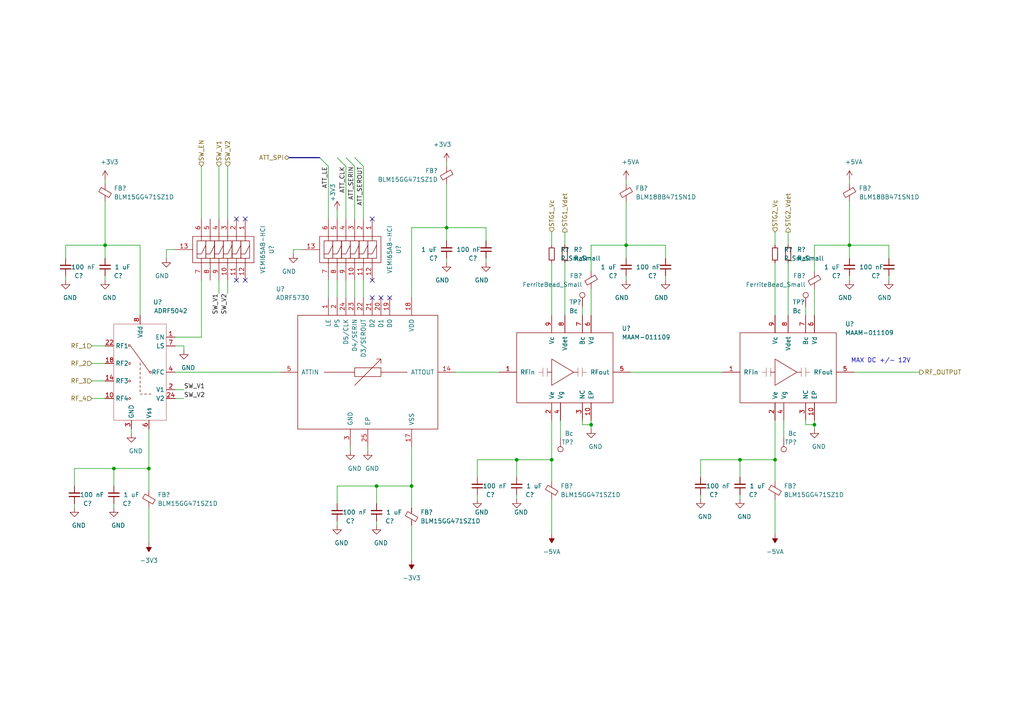
<source format=kicad_sch>
(kicad_sch (version 20210406) (generator eeschema)
  (paper "A4")
  (lib_symbols
    (symbol "Connector:TestPoint" (pin_numbers hide) (pin_names (offset 0.762) hide)
      (property "Reference" "TP" (at 0 6.858 0))
      (property "Value" "TestPoint" (at 0 5.08 0))
      (symbol "TestPoint_0_1"
        (circle (center 0 3.302) (radius 0.762))
      )
      (symbol "TestPoint_1_1"
        (pin passive line (at 0 0 90) (length 2.54) (name "1") (number "1"))
      )
    )
    (symbol "Device:C_Small" (pin_numbers hide) (pin_names (offset 0.254) hide)
      (property "Reference" "C" (at 0.254 1.778 0))
      (property "Value" "C_Small" (at 0.254 -2.032 0))
      (symbol "C_Small_0_1"
        (polyline (pts (xy -1.524 -0.508) (xy 1.524 -0.508)) (stroke (width 0.3302)))
        (polyline (pts (xy -1.524 0.508) (xy 1.524 0.508)) (stroke (width 0.3048)))
      )
      (symbol "C_Small_1_1"
        (pin passive line (at 0 2.54 270) (length 2.032) (name "~") (number "1"))
        (pin passive line (at 0 -2.54 90) (length 2.032) (name "~") (number "2"))
      )
    )
    (symbol "Device:FerriteBead_Small" (pin_numbers hide) (pin_names (offset 0))
      (property "Reference" "FB" (at 1.905 1.27 0))
      (property "Value" "FerriteBead_Small" (at 1.905 -1.27 0))
      (symbol "FerriteBead_Small_0_1"
        (polyline (pts (xy 0 -1.27) (xy 0 -0.7874)))
        (polyline (pts (xy 0 0.889) (xy 0 1.2954)))
        (polyline (pts (xy -1.8288 0.2794) (xy -1.1176 1.4986) (xy 1.8288 -0.2032) (xy 1.1176 -1.4224) (xy -1.8288 0.2794)))
      )
      (symbol "FerriteBead_Small_1_1"
        (pin passive line (at 0 2.54 270) (length 1.27) (name "~") (number "1"))
        (pin passive line (at 0 -2.54 90) (length 1.27) (name "~") (number "2"))
      )
    )
    (symbol "Device:R_Small" (pin_numbers hide) (pin_names (offset 0.254) hide)
      (property "Reference" "R" (at 0.762 0.508 0))
      (property "Value" "R_Small" (at 0.762 -1.016 0))
      (symbol "R_Small_0_1"
        (rectangle (start -0.762 1.778) (end 0.762 -1.778) (stroke (width 0.2032)))
      )
      (symbol "R_Small_1_1"
        (pin passive line (at 0 2.54 270) (length 0.762) (name "~") (number "1"))
        (pin passive line (at 0 -2.54 90) (length 0.762) (name "~") (number "2"))
      )
    )
    (symbol "jtk_rf:ADRF5042"
      (property "Reference" "U" (at 5.08 13.97 0))
      (property "Value" "ADRF5042" (at 8.89 16.51 0))
      (symbol "ADRF5042_0_0"
        (pin passive line (at 2.54 -17.78 90) (length 2.54) hide (name "GND") (number "20"))
        (pin passive line (at 2.54 -17.78 90) (length 2.54) hide (name "GND") (number "23"))
        (pin passive line (at 2.54 -17.78 90) (length 2.54) hide (name "GND") (number "5"))
      )
      (symbol "ADRF5042_0_1"
        (circle (center -3.048 -1.27) (radius 0.2794))
        (circle (center 3.048 -8.89) (radius 0.2794))
        (circle (center 3.048 -3.81) (radius 0.2794))
        (circle (center 3.048 1.27) (radius 0.2794))
        (circle (center 3.175 6.477) (radius 0.2794))
        (rectangle (start -7.62 12.7) (end 7.62 -15.24) (stroke (width 0.0006)))
        (polyline (pts (xy -3.175 -7.62) (xy -2.54 -7.62)))
        (polyline (pts (xy -2.794 -1.27) (xy 2.794 6.35)))
        (polyline (pts (xy -1.905 -7.62) (xy -1.27 -7.62)))
        (polyline (pts (xy -0.635 -7.62) (xy 0 -7.62)))
        (polyline (pts (xy 0 -6.985) (xy 0 -6.35)))
        (polyline (pts (xy 0 -5.715) (xy 0 -5.08)))
        (polyline (pts (xy 0 -4.445) (xy 0 -3.81)))
        (polyline (pts (xy 0 -3.175) (xy 0 -2.54)))
        (polyline (pts (xy 0 -1.905) (xy 0 -1.27)))
        (polyline (pts (xy 0 -0.635) (xy 0 0)))
        (polyline (pts (xy 0 0.762) (xy 0 1.397)))
      )
      (symbol "ADRF5042_1_1"
        (pin input line (at -10.16 8.89 0) (length 2.54) (name "EN") (number "1"))
        (pin passive line (at 10.16 -8.89 180) (length 2.54) (name "RF4") (number "10"))
        (pin passive line (at 2.54 -17.78 90) (length 2.54) hide (name "GND") (number "11"))
        (pin passive line (at 2.54 -17.78 90) (length 2.54) hide (name "GND") (number "12"))
        (pin passive line (at 2.54 -17.78 90) (length 2.54) hide (name "GND") (number "13"))
        (pin passive line (at 10.16 -3.81 180) (length 2.54) (name "RF3") (number "14"))
        (pin passive line (at 2.54 -17.78 90) (length 2.54) hide (name "GND") (number "15"))
        (pin passive line (at 2.54 -17.78 90) (length 2.54) hide (name "GND") (number "16"))
        (pin passive line (at 2.54 -17.78 90) (length 2.54) hide (name "GND") (number "17"))
        (pin passive line (at 10.16 1.27 180) (length 2.54) (name "RF2") (number "18"))
        (pin passive line (at 2.54 -17.78 90) (length 2.54) hide (name "GND") (number "19"))
        (pin input line (at -10.16 -6.35 0) (length 2.54) (name "V1") (number "2"))
        (pin passive line (at 2.54 -17.78 90) (length 2.54) hide (name "GND") (number "21"))
        (pin passive line (at 10.16 6.35 180) (length 2.54) (name "RF1") (number "22"))
        (pin input line (at -10.16 -8.89 0) (length 2.54) (name "V2") (number "24"))
        (pin passive line (at 2.54 -17.78 90) (length 2.54) hide (name "GND") (number "25"))
        (pin power_in line (at 2.54 -17.78 90) (length 2.54) (name "GND") (number "3"))
        (pin passive line (at -10.16 -1.27 0) (length 2.54) (name "RFC") (number "4"))
        (pin power_in line (at -2.54 -17.78 90) (length 2.54) (name "Vss") (number "6"))
        (pin input line (at -10.16 6.35 0) (length 2.54) (name "LS") (number "7"))
        (pin power_in line (at 0 15.24 270) (length 2.54) (name "Vdd") (number "8"))
        (pin passive line (at 2.54 -17.78 90) (length 2.54) hide (name "GND") (number "9"))
      )
    )
    (symbol "jtk_rf:ADRF5730" (pin_names (offset 1.016))
      (property "Reference" "U" (at -25.4 19.05 0))
      (property "Value" "ADRF5730" (at -21.59 21.59 0))
      (symbol "ADRF5730_0_1"
        (rectangle (start -20.32 16.51) (end 20.32 -16.51))
        (polyline (pts (xy -10.16 0) (xy -12.7 0)))
        (polyline (pts (xy -7.62 0) (xy -10.16 0)))
        (polyline (pts (xy -2.54 -2.54) (xy -3.81 -3.81)))
        (polyline (pts (xy -2.54 -2.54) (xy 2.54 2.54)))
        (polyline (pts (xy 2.54 2.54) (xy 3.81 3.81)))
        (polyline (pts (xy 7.62 0) (xy 11.43 0)))
        (polyline (pts (xy 2.54 3.81) (xy 3.81 3.81) (xy 3.81 2.54)))
        (polyline (pts (xy 3.81 0) (xy 6.35 0) (xy 7.62 0)))
        (polyline (pts (xy -7.62 0) (xy -3.81 0) (xy -3.81 1.27) (xy 0 1.27) (xy 3.81 1.27) (xy 3.81 -1.27) (xy -3.81 -1.27) (xy -3.81 0)))
      )
      (symbol "ADRF5730_1_1"
        (pin input line (at -11.43 21.59 270) (length 5.08) (name "LE") (number "1"))
        (pin power_in line (at -5.08 -21.59 90) (length 5.08) hide (name "GND") (number "10"))
        (pin power_in line (at -5.08 -21.59 90) (length 5.08) hide (name "GND") (number "11"))
        (pin power_in line (at -5.08 -21.59 90) (length 5.08) hide (name "GND") (number "12"))
        (pin power_in line (at -5.08 -21.59 90) (length 5.08) hide (name "GND") (number "13"))
        (pin bidirectional line (at 25.4 0 180) (length 5.08) (name "ATTOUT") (number "14"))
        (pin power_in line (at -5.08 -21.59 90) (length 5.08) hide (name "GND") (number "15"))
        (pin power_in line (at -5.08 -21.59 90) (length 5.08) hide (name "GND") (number "16"))
        (pin power_in line (at 12.7 -21.59 90) (length 5.08) (name "VSS") (number "17"))
        (pin power_in line (at 12.7 21.59 270) (length 5.08) (name "VDD") (number "18"))
        (pin input line (at 6.35 21.59 270) (length 5.08) (name "D0") (number "19"))
        (pin input line (at -8.89 21.59 270) (length 5.08) (name "PS") (number "2"))
        (pin input line (at 3.81 21.59 270) (length 5.08) (name "D1") (number "20"))
        (pin input line (at 1.27 21.59 270) (length 5.08) (name "D2") (number "21"))
        (pin output line (at -1.27 21.59 270) (length 5.08) (name "D3/SEROUT") (number "22"))
        (pin input line (at -3.81 21.59 270) (length 5.08) (name "D4/SERIN") (number "23"))
        (pin input line (at -6.35 21.59 270) (length 5.08) (name "D5/CLK") (number "24"))
        (pin power_in line (at 0 -21.59 90) (length 5.08) (name "EP") (number "25"))
        (pin power_in line (at -5.08 -21.59 90) (length 5.08) (name "GND") (number "3"))
        (pin power_in line (at -5.08 -21.59 90) (length 5.08) hide (name "GND") (number "4"))
        (pin bidirectional line (at -25.4 0 0) (length 5.08) (name "ATTIN") (number "5"))
        (pin power_in line (at -5.08 -21.59 90) (length 5.08) hide (name "GND") (number "6"))
        (pin power_in line (at -5.08 -21.59 90) (length 5.08) hide (name "GND") (number "7"))
        (pin power_in line (at -5.08 -21.59 90) (length 5.08) hide (name "GND") (number "8"))
        (pin power_in line (at -5.08 -21.59 90) (length 5.08) hide (name "GND") (number "9"))
      )
    )
    (symbol "jtk_rf:MAAM-011109" (pin_names (offset 1.016))
      (property "Reference" "U" (at -25.4 16.51 0))
      (property "Value" "MAAM-011109" (at -19.05 19.05 0))
      (symbol "MAAM-011109_0_1"
        (rectangle (start -11.43 11.43) (end 16.51 -8.89))
        (polyline (pts (xy -3.81 0) (xy -5.08 0)) (stroke (width 0.0006)))
        (polyline (pts (xy -3.81 1.27) (xy -3.81 -1.27)) (stroke (width 0.0006)))
        (polyline (pts (xy -2.54 1.27) (xy -2.54 -1.27)) (stroke (width 0.0006)))
        (polyline (pts (xy -1.27 0) (xy -2.54 0)))
        (polyline (pts (xy 5.08 0) (xy 6.35 0)))
        (polyline (pts (xy 6.35 1.27) (xy 6.35 -1.27)) (stroke (width 0.0006)))
        (polyline (pts (xy 7.62 0) (xy 8.89 0)) (stroke (width 0.0006)))
        (polyline (pts (xy 7.62 1.27) (xy 7.62 -1.27)) (stroke (width 0.0006)))
        (polyline (pts (xy 5.08 0) (xy -1.27 3.81) (xy -1.27 -3.81) (xy 5.08 0)))
      )
      (symbol "MAAM-011109_1_1"
        (pin input line (at -16.51 0 0) (length 5.08) (name "RFin") (number "1"))
        (pin power_in line (at 10.16 -13.97 90) (length 5.08) (name "EP") (number "10"))
        (pin power_in line (at -1.27 -13.97 90) (length 5.08) (name "Ve") (number "2"))
        (pin input line (at 7.62 -13.97 90) (length 5.08) (name "NC") (number "3"))
        (pin power_in line (at 1.27 -13.97 90) (length 5.08) (name "Vg") (number "4"))
        (pin output line (at 21.59 0 180) (length 5.08) (name "RFout") (number "5"))
        (pin power_in line (at 10.16 16.51 270) (length 5.08) (name "Vd") (number "6"))
        (pin input line (at 7.62 16.51 270) (length 5.08) (name "Bc") (number "7"))
        (pin output line (at 2.54 16.51 270) (length 5.08) (name "Vdet") (number "8"))
        (pin power_in line (at -1.27 16.51 270) (length 5.08) (name "Vc") (number "9"))
      )
    )
    (symbol "power:+3.3V" (power) (pin_names (offset 0))
      (property "Value" "+3.3V" (at 0 3.556 0))
      (symbol "+3.3V_0_1"
        (polyline (pts (xy -0.762 1.27) (xy 0 2.54)))
        (polyline (pts (xy 0 0) (xy 0 2.54)))
        (polyline (pts (xy 0 2.54) (xy 0.762 1.27)))
      )
      (symbol "+3.3V_1_1"
        (pin power_in line (at 0 0 90) (length 0) hide (name "+3V3") (number "1"))
      )
    )
    (symbol "power:+5VA" (power) (pin_names (offset 0))
      (property "Value" "+5VA" (at 0 3.556 0))
      (symbol "+5VA_0_1"
        (polyline (pts (xy -0.762 1.27) (xy 0 2.54)))
        (polyline (pts (xy 0 0) (xy 0 2.54)))
        (polyline (pts (xy 0 2.54) (xy 0.762 1.27)))
      )
      (symbol "+5VA_1_1"
        (pin power_in line (at 0 0 90) (length 0) hide (name "+5VA") (number "1"))
      )
    )
    (symbol "power:-3V3" (power) (pin_names (offset 0))
      (property "Value" "-3V3" (at 0 3.81 0))
      (symbol "-3V3_0_0"
        (pin power_in line (at 0 0 90) (length 0) hide (name "-3V3") (number "1"))
      )
      (symbol "-3V3_0_1"
        (polyline (pts (xy 0 0) (xy 0 1.27) (xy 0.762 1.27) (xy 0 2.54) (xy -0.762 1.27) (xy 0 1.27)) (fill (type outline)))
      )
    )
    (symbol "power:-5VA" (power) (pin_names (offset 0))
      (property "Value" "-5VA" (at 0 3.81 0))
      (symbol "-5VA_0_0"
        (pin power_in line (at 0 0 90) (length 0) hide (name "-5VA") (number "1"))
      )
      (symbol "-5VA_0_1"
        (polyline (pts (xy 0 0) (xy 0 1.27) (xy 0.762 1.27) (xy 0 2.54) (xy -0.762 1.27) (xy 0 1.27)) (fill (type outline)))
      )
    )
    (symbol "power:GND" (power) (pin_names (offset 0))
      (property "Value" "GND" (at 0 -3.81 0))
      (symbol "GND_0_1"
        (polyline (pts (xy 0 0) (xy 0 -1.27) (xy 1.27 -1.27) (xy 0 -2.54) (xy -1.27 -1.27) (xy 0 -1.27)))
      )
      (symbol "GND_1_1"
        (pin power_in line (at 0 0 270) (length 0) hide (name "GND") (number "1"))
      )
    )
    (symbol "vna_mm:VEMI65AB-HCI" (pin_names (offset 1.016))
      (property "Reference" "U" (at -3.81 10.16 0))
      (property "Value" "VEMI65AB-HCI" (at 2.54 12.7 0))
      (symbol "VEMI65AB-HCI_0_1"
        (rectangle (start -3.81 8.89) (end 3.81 -8.89))
        (rectangle (start -2.54 -5.08) (end 2.54 -7.62))
        (rectangle (start -2.54 -2.54) (end 2.54 -5.08))
        (rectangle (start -2.54 0) (end 2.54 -2.54))
        (rectangle (start -2.54 2.54) (end 2.54 0))
        (rectangle (start -2.54 5.08) (end 2.54 2.54))
        (rectangle (start -2.54 7.62) (end 2.54 5.08))
        (polyline (pts (xy -3.81 -6.35) (xy -2.54 -6.35)))
        (polyline (pts (xy -3.81 -3.81) (xy -2.54 -3.81)))
        (polyline (pts (xy -3.81 -1.27) (xy -2.54 -1.27)))
        (polyline (pts (xy -3.81 1.27) (xy -2.54 1.27)))
        (polyline (pts (xy -3.81 3.81) (xy -2.54 3.81)))
        (polyline (pts (xy -3.81 6.35) (xy -2.54 6.35)))
        (polyline (pts (xy 2.54 -6.35) (xy 3.81 -6.35)))
        (polyline (pts (xy 2.54 -3.81) (xy 3.81 -3.81)))
        (polyline (pts (xy 2.54 -1.27) (xy 3.81 -1.27)))
        (polyline (pts (xy 2.54 1.27) (xy 3.81 1.27)))
        (polyline (pts (xy 2.54 3.81) (xy 3.81 3.81)))
        (polyline (pts (xy 2.54 6.35) (xy 3.81 6.35)))
        (polyline (pts (xy -1.27 -5.08) (xy 1.27 -6.35) (xy 1.27 -7.62)))
        (polyline (pts (xy -1.27 -2.54) (xy 1.27 -3.81) (xy 1.27 -5.08)))
        (polyline (pts (xy -1.27 0) (xy 1.27 -1.27) (xy 1.27 -2.54)))
        (polyline (pts (xy -1.27 2.54) (xy 1.27 1.27) (xy 1.27 0)))
        (polyline (pts (xy -1.27 5.08) (xy 1.27 3.81) (xy 1.27 2.54)))
        (polyline (pts (xy -1.27 7.62) (xy 1.27 6.35) (xy 1.27 5.08)))
      )
      (symbol "VEMI65AB-HCI_1_1"
        (pin bidirectional line (at -8.89 6.35 0) (length 5.08) (name "~") (number "1"))
        (pin bidirectional line (at 8.89 1.27 180) (length 5.08) (name "~") (number "10"))
        (pin bidirectional line (at 8.89 3.81 180) (length 5.08) (name "~") (number "11"))
        (pin bidirectional line (at 8.89 6.35 180) (length 5.08) (name "~") (number "12"))
        (pin bidirectional line (at 0 -13.97 90) (length 5.08) (name "~") (number "13"))
        (pin bidirectional line (at -8.89 3.81 0) (length 5.08) (name "~") (number "2"))
        (pin bidirectional line (at -8.89 1.27 0) (length 5.08) (name "~") (number "3"))
        (pin bidirectional line (at -8.89 -1.27 0) (length 5.08) (name "~") (number "4"))
        (pin bidirectional line (at -8.89 -3.81 0) (length 5.08) (name "~") (number "5"))
        (pin bidirectional line (at -8.89 -6.35 0) (length 5.08) (name "~") (number "6"))
        (pin bidirectional line (at 8.89 -6.35 180) (length 5.08) (name "~") (number "7"))
        (pin bidirectional line (at 8.89 -3.81 180) (length 5.08) (name "~") (number "8"))
        (pin bidirectional line (at 8.89 -1.27 180) (length 5.08) (name "~") (number "9"))
      )
    )
  )
  (junction (at 30.48 71.12) (diameter 0.9144))
  (junction (at 33.02 135.89) (diameter 0.9144))
  (junction (at 43.18 135.89) (diameter 0.9144))
  (junction (at 109.22 140.97) (diameter 0.9144))
  (junction (at 119.38 140.97) (diameter 0.9144))
  (junction (at 129.54 66.04) (diameter 0.9144))
  (junction (at 149.86 133.35) (diameter 0.9144))
  (junction (at 160.02 133.35) (diameter 0.9144))
  (junction (at 171.45 123.19) (diameter 0.9144))
  (junction (at 181.61 71.12) (diameter 0.9144))
  (junction (at 214.63 133.35) (diameter 0.9144))
  (junction (at 224.79 133.35) (diameter 0.9144))
  (junction (at 236.22 123.19) (diameter 0.9144))
  (junction (at 246.38 71.12) (diameter 0.9144))
  (no_connect (at 68.58 63.5))
  (no_connect (at 68.58 81.28))
  (no_connect (at 71.12 63.5))
  (no_connect (at 71.12 81.28))
  (no_connect (at 107.95 63.5))
  (no_connect (at 107.95 81.28))
  (no_connect (at 107.95 86.36))
  (no_connect (at 110.49 86.36))
  (no_connect (at 113.03 86.36))
  (bus_entry (at 92.71 45.72) (size 2.54 2.54) (stroke (width 0.1524)))
  (bus_entry (at 97.79 45.72) (size 2.54 2.54) (stroke (width 0.1524)))
  (bus_entry (at 100.33 45.72) (size 2.54 2.54) (stroke (width 0.1524)))
  (bus_entry (at 102.87 45.72) (size 2.54 2.54) (stroke (width 0.1524)))
  (wire (pts (xy 19.05 71.12) (xy 30.48 71.12)))
  (wire (pts (xy 19.05 74.93) (xy 19.05 71.12)))
  (wire (pts (xy 19.05 80.01) (xy 19.05 81.28)))
  (wire (pts (xy 21.59 135.89) (xy 33.02 135.89)))
  (wire (pts (xy 21.59 140.97) (xy 21.59 135.89)))
  (wire (pts (xy 21.59 146.05) (xy 21.59 147.32)))
  (wire (pts (xy 26.67 100.33) (xy 30.48 100.33)))
  (wire (pts (xy 26.67 105.41) (xy 30.48 105.41)))
  (wire (pts (xy 26.67 110.49) (xy 30.48 110.49)))
  (wire (pts (xy 26.67 115.57) (xy 30.48 115.57)))
  (wire (pts (xy 30.48 52.07) (xy 30.48 53.34)))
  (wire (pts (xy 30.48 58.42) (xy 30.48 71.12)))
  (wire (pts (xy 30.48 71.12) (xy 30.48 74.93)))
  (wire (pts (xy 30.48 71.12) (xy 40.64 71.12)))
  (wire (pts (xy 30.48 80.01) (xy 30.48 81.28)))
  (wire (pts (xy 33.02 135.89) (xy 33.02 140.97)))
  (wire (pts (xy 33.02 135.89) (xy 43.18 135.89)))
  (wire (pts (xy 33.02 146.05) (xy 33.02 147.32)))
  (wire (pts (xy 38.1 124.46) (xy 38.1 125.73)))
  (wire (pts (xy 40.64 71.12) (xy 40.64 91.44)))
  (wire (pts (xy 43.18 135.89) (xy 43.18 124.46)))
  (wire (pts (xy 43.18 135.89) (xy 43.18 142.24)))
  (wire (pts (xy 43.18 147.32) (xy 43.18 157.48)))
  (wire (pts (xy 48.26 72.39) (xy 48.26 74.93)))
  (wire (pts (xy 50.8 72.39) (xy 48.26 72.39)))
  (wire (pts (xy 50.8 97.79) (xy 58.42 97.79)))
  (wire (pts (xy 50.8 100.33) (xy 53.34 100.33)))
  (wire (pts (xy 50.8 107.95) (xy 81.28 107.95)))
  (wire (pts (xy 50.8 113.03) (xy 53.34 113.03)))
  (wire (pts (xy 50.8 115.57) (xy 53.34 115.57)))
  (wire (pts (xy 53.34 100.33) (xy 53.34 101.6)))
  (wire (pts (xy 58.42 48.26) (xy 58.42 63.5)))
  (wire (pts (xy 58.42 97.79) (xy 58.42 81.28)))
  (wire (pts (xy 63.5 48.26) (xy 63.5 63.5)))
  (wire (pts (xy 63.5 81.28) (xy 63.5 85.09)))
  (wire (pts (xy 66.04 48.26) (xy 66.04 63.5)))
  (wire (pts (xy 66.04 81.28) (xy 66.04 85.09)))
  (wire (pts (xy 85.09 72.39) (xy 85.09 73.66)))
  (wire (pts (xy 87.63 72.39) (xy 85.09 72.39)))
  (wire (pts (xy 95.25 48.26) (xy 95.25 63.5)))
  (wire (pts (xy 95.25 81.28) (xy 95.25 86.36)))
  (wire (pts (xy 97.79 60.96) (xy 97.79 63.5)))
  (wire (pts (xy 97.79 81.28) (xy 97.79 86.36)))
  (wire (pts (xy 97.79 140.97) (xy 109.22 140.97)))
  (wire (pts (xy 97.79 146.05) (xy 97.79 140.97)))
  (wire (pts (xy 97.79 151.13) (xy 97.79 152.4)))
  (wire (pts (xy 100.33 48.26) (xy 100.33 63.5)))
  (wire (pts (xy 100.33 81.28) (xy 100.33 86.36)))
  (wire (pts (xy 101.6 129.54) (xy 101.6 130.81)))
  (wire (pts (xy 102.87 48.26) (xy 102.87 63.5)))
  (wire (pts (xy 102.87 81.28) (xy 102.87 86.36)))
  (wire (pts (xy 105.41 48.26) (xy 105.41 63.5)))
  (wire (pts (xy 105.41 81.28) (xy 105.41 86.36)))
  (wire (pts (xy 106.68 129.54) (xy 106.68 130.81)))
  (wire (pts (xy 109.22 140.97) (xy 109.22 146.05)))
  (wire (pts (xy 109.22 140.97) (xy 119.38 140.97)))
  (wire (pts (xy 109.22 151.13) (xy 109.22 152.4)))
  (wire (pts (xy 119.38 66.04) (xy 119.38 86.36)))
  (wire (pts (xy 119.38 140.97) (xy 119.38 129.54)))
  (wire (pts (xy 119.38 140.97) (xy 119.38 147.32)))
  (wire (pts (xy 119.38 152.4) (xy 119.38 162.56)))
  (wire (pts (xy 129.54 46.99) (xy 129.54 48.26)))
  (wire (pts (xy 129.54 53.34) (xy 129.54 66.04)))
  (wire (pts (xy 129.54 66.04) (xy 119.38 66.04)))
  (wire (pts (xy 129.54 66.04) (xy 129.54 69.85)))
  (wire (pts (xy 129.54 74.93) (xy 129.54 76.2)))
  (wire (pts (xy 132.08 107.95) (xy 144.78 107.95)))
  (wire (pts (xy 138.43 133.35) (xy 149.86 133.35)))
  (wire (pts (xy 138.43 138.43) (xy 138.43 133.35)))
  (wire (pts (xy 138.43 143.51) (xy 138.43 144.78)))
  (wire (pts (xy 140.97 66.04) (xy 129.54 66.04)))
  (wire (pts (xy 140.97 69.85) (xy 140.97 66.04)))
  (wire (pts (xy 140.97 74.93) (xy 140.97 76.2)))
  (wire (pts (xy 149.86 133.35) (xy 149.86 138.43)))
  (wire (pts (xy 149.86 133.35) (xy 160.02 133.35)))
  (wire (pts (xy 149.86 143.51) (xy 149.86 144.78)))
  (wire (pts (xy 160.02 67.31) (xy 160.02 71.12)))
  (wire (pts (xy 160.02 76.2) (xy 160.02 91.44)))
  (wire (pts (xy 160.02 133.35) (xy 160.02 121.92)))
  (wire (pts (xy 160.02 133.35) (xy 160.02 139.7)))
  (wire (pts (xy 160.02 144.78) (xy 160.02 154.94)))
  (wire (pts (xy 162.56 121.92) (xy 162.56 127)))
  (wire (pts (xy 163.83 67.31) (xy 163.83 71.12)))
  (wire (pts (xy 163.83 76.2) (xy 163.83 91.44)))
  (wire (pts (xy 168.91 88.9) (xy 168.91 91.44)))
  (wire (pts (xy 168.91 121.92) (xy 168.91 123.19)))
  (wire (pts (xy 168.91 123.19) (xy 171.45 123.19)))
  (wire (pts (xy 171.45 71.12) (xy 171.45 78.74)))
  (wire (pts (xy 171.45 83.82) (xy 171.45 91.44)))
  (wire (pts (xy 171.45 121.92) (xy 171.45 123.19)))
  (wire (pts (xy 171.45 123.19) (xy 171.45 124.46)))
  (wire (pts (xy 181.61 52.07) (xy 181.61 53.34)))
  (wire (pts (xy 181.61 58.42) (xy 181.61 71.12)))
  (wire (pts (xy 181.61 71.12) (xy 171.45 71.12)))
  (wire (pts (xy 181.61 71.12) (xy 181.61 74.93)))
  (wire (pts (xy 181.61 80.01) (xy 181.61 81.28)))
  (wire (pts (xy 182.88 107.95) (xy 209.55 107.95)))
  (wire (pts (xy 193.04 71.12) (xy 181.61 71.12)))
  (wire (pts (xy 193.04 74.93) (xy 193.04 71.12)))
  (wire (pts (xy 193.04 80.01) (xy 193.04 81.28)))
  (wire (pts (xy 203.2 133.35) (xy 214.63 133.35)))
  (wire (pts (xy 203.2 138.43) (xy 203.2 133.35)))
  (wire (pts (xy 203.2 143.51) (xy 203.2 144.78)))
  (wire (pts (xy 214.63 133.35) (xy 214.63 138.43)))
  (wire (pts (xy 214.63 133.35) (xy 224.79 133.35)))
  (wire (pts (xy 214.63 143.51) (xy 214.63 144.78)))
  (wire (pts (xy 224.79 67.31) (xy 224.79 71.12)))
  (wire (pts (xy 224.79 76.2) (xy 224.79 91.44)))
  (wire (pts (xy 224.79 133.35) (xy 224.79 121.92)))
  (wire (pts (xy 224.79 133.35) (xy 224.79 139.7)))
  (wire (pts (xy 224.79 144.78) (xy 224.79 154.94)))
  (wire (pts (xy 227.33 121.92) (xy 227.33 127)))
  (wire (pts (xy 228.6 67.31) (xy 228.6 71.12)))
  (wire (pts (xy 228.6 76.2) (xy 228.6 91.44)))
  (wire (pts (xy 233.68 88.9) (xy 233.68 91.44)))
  (wire (pts (xy 233.68 121.92) (xy 233.68 123.19)))
  (wire (pts (xy 233.68 123.19) (xy 236.22 123.19)))
  (wire (pts (xy 236.22 71.12) (xy 236.22 78.74)))
  (wire (pts (xy 236.22 83.82) (xy 236.22 91.44)))
  (wire (pts (xy 236.22 121.92) (xy 236.22 123.19)))
  (wire (pts (xy 236.22 123.19) (xy 236.22 124.46)))
  (wire (pts (xy 246.38 52.07) (xy 246.38 53.34)))
  (wire (pts (xy 246.38 58.42) (xy 246.38 71.12)))
  (wire (pts (xy 246.38 71.12) (xy 236.22 71.12)))
  (wire (pts (xy 246.38 71.12) (xy 246.38 74.93)))
  (wire (pts (xy 246.38 80.01) (xy 246.38 81.28)))
  (wire (pts (xy 247.65 107.95) (xy 266.7 107.95)))
  (wire (pts (xy 257.81 71.12) (xy 246.38 71.12)))
  (wire (pts (xy 257.81 74.93) (xy 257.81 71.12)))
  (wire (pts (xy 257.81 80.01) (xy 257.81 81.28)))
  (bus (pts (xy 83.82 45.72) (xy 102.87 45.72)))
  (text "MAX DC +/- 12V" (at 264.16 105.41 180) (effects (font (size 1.27 1.27)) (justify right bottom)))
  (label "SW_V1" (at 53.34 113.03 0))
  (label "SW_V2" (at 53.34 115.57 0))
  (label "SW_V1" (at 63.5 85.09 270))
  (label "SW_V2" (at 66.04 85.09 270))
  (label "ATT_LE" (at 95.25 48.26 270))
  (label "ATT_CLK" (at 100.33 48.26 270))
  (label "ATT_SERIN" (at 102.87 48.26 270))
  (label "ATT_SEROUT" (at 105.41 48.26 270))
  (hierarchical_label "RF_1" (shape input) (at 26.67 100.33 180))
  (hierarchical_label "RF_2" (shape input) (at 26.67 105.41 180))
  (hierarchical_label "RF_3" (shape input) (at 26.67 110.49 180))
  (hierarchical_label "RF_4" (shape input) (at 26.67 115.57 180))
  (hierarchical_label "SW_EN" (shape input) (at 58.42 48.26 90))
  (hierarchical_label "SW_V1" (shape input) (at 63.5 48.26 90))
  (hierarchical_label "SW_V2" (shape input) (at 66.04 48.26 90))
  (hierarchical_label "ATT_SPI" (shape bidirectional) (at 83.82 45.72 180))
  (hierarchical_label "STG1_Vc" (shape input) (at 160.02 67.31 90))
  (hierarchical_label "STG1_Vdet" (shape output) (at 163.83 67.31 90))
  (hierarchical_label "STG2_Vc" (shape input) (at 224.79 67.31 90))
  (hierarchical_label "STG2_Vdet" (shape output) (at 228.6 67.31 90))
  (hierarchical_label "RF_OUTPUT" (shape output) (at 266.7 107.95 0))
  (symbol (lib_id "power:+3.3V") (at 30.48 52.07 0) (unit 1)
    (property "Reference" "#PWR?" (effects hide))
    (property "Value" "+3.3V" (at 31.75 46.99 0))
  )
  (symbol (lib_id "power:-3V3") (at 43.18 157.48 180) (unit 1)
    (property "Reference" "#PWR?" (effects hide))
    (property "Value" "-3V3" (at 43.18 162.56 0))
  )
  (symbol (lib_id "power:+3.3V") (at 97.79 60.96 0) (mirror y) (unit 1)
    (property "Reference" "#PWR?" (effects hide))
    (property "Value" "+3.3V" (at 96.52 55.88 90))
  )
  (symbol (lib_id "power:-3V3") (at 119.38 162.56 180) (unit 1)
    (property "Reference" "#PWR?" (effects hide))
    (property "Value" "-3V3" (at 119.38 167.64 0))
  )
  (symbol (lib_id "power:+3.3V") (at 129.54 46.99 0) (mirror y) (unit 1)
    (property "Reference" "#PWR?" (effects hide))
    (property "Value" "+3.3V" (at 128.27 41.91 0))
  )
  (symbol (lib_id "power:-5VA") (at 160.02 154.94 180) (unit 1)
    (property "Reference" "#PWR?" (effects hide))
    (property "Value" "-5VA" (at 160.02 160.02 0))
  )
  (symbol (lib_id "power:+5VA") (at 181.61 52.07 0) (unit 1)
    (property "Reference" "#PWR?" (effects hide))
    (property "Value" "+5VA" (at 182.88 46.99 0))
  )
  (symbol (lib_id "power:-5VA") (at 224.79 154.94 180) (unit 1)
    (property "Reference" "#PWR?" (effects hide))
    (property "Value" "-5VA" (at 224.79 160.02 0))
  )
  (symbol (lib_id "power:+5VA") (at 246.38 52.07 0) (unit 1)
    (property "Reference" "#PWR?" (effects hide))
    (property "Value" "+5VA" (at 247.65 46.99 0))
  )
  (symbol (lib_id "Connector:TestPoint") (at 162.56 127 180) (unit 1)
    (property "Reference" "TP?" (at 166.37 128.27 0) (effects (justify left)))
    (property "Value" "Bc" (at 166.37 125.73 0) (effects (justify left)))
  )
  (symbol (lib_id "Connector:TestPoint") (at 168.91 88.9 0) (unit 1)
    (property "Reference" "TP?" (at 165.1 87.63 0) (effects (justify left)))
    (property "Value" "Bc" (at 165.1 90.17 0) (effects (justify left)))
  )
  (symbol (lib_id "Connector:TestPoint") (at 227.33 127 180) (unit 1)
    (property "Reference" "TP?" (at 231.14 128.27 0) (effects (justify left)))
    (property "Value" "Bc" (at 231.14 125.73 0) (effects (justify left)))
  )
  (symbol (lib_id "Connector:TestPoint") (at 233.68 88.9 0) (unit 1)
    (property "Reference" "TP?" (at 229.87 87.63 0) (effects (justify left)))
    (property "Value" "Bc" (at 229.87 90.17 0) (effects (justify left)))
  )
  (symbol (lib_id "power:GND") (at 19.05 81.28 0) (unit 1)
    (property "Reference" "#PWR?" (effects hide))
    (property "Value" "GND" (at 20.32 86.36 0))
  )
  (symbol (lib_id "power:GND") (at 21.59 147.32 0) (unit 1)
    (property "Reference" "#PWR?" (effects hide))
    (property "Value" "GND" (at 22.86 152.4 0))
  )
  (symbol (lib_id "power:GND") (at 30.48 81.28 0) (unit 1)
    (property "Reference" "#PWR?" (effects hide))
    (property "Value" "GND" (at 31.75 86.36 0))
  )
  (symbol (lib_id "power:GND") (at 33.02 147.32 0) (unit 1)
    (property "Reference" "#PWR?" (effects hide))
    (property "Value" "GND" (at 34.29 152.4 0))
  )
  (symbol (lib_id "power:GND") (at 38.1 125.73 0) (unit 1)
    (property "Reference" "#PWR0249" (effects hide))
    (property "Value" "GND" (at 39.37 130.81 0))
  )
  (symbol (lib_id "power:GND") (at 48.26 74.93 0) (mirror y) (unit 1)
    (property "Reference" "#PWR?" (effects hide))
    (property "Value" "GND" (at 46.99 80.01 0))
  )
  (symbol (lib_id "power:GND") (at 53.34 101.6 0) (unit 1)
    (property "Reference" "#PWR?" (effects hide))
    (property "Value" "GND" (at 54.61 106.68 0))
  )
  (symbol (lib_id "power:GND") (at 85.09 73.66 0) (mirror y) (unit 1)
    (property "Reference" "#PWR?" (effects hide))
    (property "Value" "GND" (at 83.82 78.74 0))
  )
  (symbol (lib_id "power:GND") (at 97.79 152.4 0) (unit 1)
    (property "Reference" "#PWR?" (effects hide))
    (property "Value" "GND" (at 99.06 157.48 0))
  )
  (symbol (lib_id "power:GND") (at 101.6 130.81 0) (unit 1)
    (property "Reference" "#PWR0250" (effects hide))
    (property "Value" "GND" (at 102.87 135.89 0))
  )
  (symbol (lib_id "power:GND") (at 106.68 130.81 0) (unit 1)
    (property "Reference" "#PWR0251" (effects hide))
    (property "Value" "GND" (at 107.95 135.89 0))
  )
  (symbol (lib_id "power:GND") (at 109.22 152.4 0) (unit 1)
    (property "Reference" "#PWR?" (effects hide))
    (property "Value" "GND" (at 110.49 157.48 0))
  )
  (symbol (lib_id "power:GND") (at 129.54 76.2 0) (mirror y) (unit 1)
    (property "Reference" "#PWR?" (effects hide))
    (property "Value" "GND" (at 128.27 81.28 0))
  )
  (symbol (lib_id "power:GND") (at 138.43 144.78 0) (unit 1)
    (property "Reference" "#PWR?" (effects hide))
    (property "Value" "GND" (at 139.7 148.59 0))
  )
  (symbol (lib_id "power:GND") (at 140.97 76.2 0) (mirror y) (unit 1)
    (property "Reference" "#PWR?" (effects hide))
    (property "Value" "GND" (at 139.7 81.28 0))
  )
  (symbol (lib_id "power:GND") (at 149.86 144.78 0) (unit 1)
    (property "Reference" "#PWR?" (effects hide))
    (property "Value" "GND" (at 151.13 148.59 0))
  )
  (symbol (lib_id "power:GND") (at 171.45 124.46 0) (unit 1)
    (property "Reference" "#PWR?" (effects hide))
    (property "Value" "GND" (at 172.72 129.54 0))
  )
  (symbol (lib_id "power:GND") (at 181.61 81.28 0) (mirror y) (unit 1)
    (property "Reference" "#PWR?" (effects hide))
    (property "Value" "GND" (at 180.34 86.36 0))
  )
  (symbol (lib_id "power:GND") (at 193.04 81.28 0) (mirror y) (unit 1)
    (property "Reference" "#PWR?" (effects hide))
    (property "Value" "GND" (at 191.77 86.36 0))
  )
  (symbol (lib_id "power:GND") (at 203.2 144.78 0) (unit 1)
    (property "Reference" "#PWR?" (effects hide))
    (property "Value" "GND" (at 204.47 149.86 0))
  )
  (symbol (lib_id "power:GND") (at 214.63 144.78 0) (unit 1)
    (property "Reference" "#PWR?" (effects hide))
    (property "Value" "GND" (at 215.9 149.86 0))
  )
  (symbol (lib_id "power:GND") (at 236.22 124.46 0) (unit 1)
    (property "Reference" "#PWR?" (effects hide))
    (property "Value" "GND" (at 237.49 129.54 0))
  )
  (symbol (lib_id "power:GND") (at 246.38 81.28 0) (mirror y) (unit 1)
    (property "Reference" "#PWR?" (effects hide))
    (property "Value" "GND" (at 245.11 86.36 0))
  )
  (symbol (lib_id "power:GND") (at 257.81 81.28 0) (mirror y) (unit 1)
    (property "Reference" "#PWR?" (effects hide))
    (property "Value" "GND" (at 256.54 86.36 0))
  )
  (symbol (lib_id "Device:R_Small") (at 160.02 73.66 0) (unit 1)
    (property "Reference" "R?" (at 162.56 72.39 0) (effects (justify left)))
    (property "Value" "R_Small" (at 162.56 74.93 0) (effects (justify left)))
  )
  (symbol (lib_id "Device:R_Small") (at 163.83 73.66 0) (unit 1)
    (property "Reference" "R?" (at 166.37 72.39 0) (effects (justify left)))
    (property "Value" "R_Small" (at 166.37 74.93 0) (effects (justify left)))
  )
  (symbol (lib_id "Device:R_Small") (at 224.79 73.66 0) (unit 1)
    (property "Reference" "R?" (at 227.33 72.39 0) (effects (justify left)))
    (property "Value" "R_Small" (at 227.33 74.93 0) (effects (justify left)))
  )
  (symbol (lib_id "Device:R_Small") (at 228.6 73.66 0) (unit 1)
    (property "Reference" "R?" (at 231.14 72.39 0) (effects (justify left)))
    (property "Value" "R_Small" (at 231.14 74.93 0) (effects (justify left)))
  )
  (symbol (lib_id "Device:C_Small") (at 19.05 77.47 180) (unit 1)
    (property "Reference" "C?" (at 22.86 80.01 0))
    (property "Value" "100 nF" (at 24.13 77.47 0))
  )
  (symbol (lib_id "Device:C_Small") (at 21.59 143.51 180) (unit 1)
    (property "Reference" "C?" (at 25.4 146.05 0))
    (property "Value" "100 nF" (at 26.67 143.51 0))
  )
  (symbol (lib_id "Device:C_Small") (at 30.48 77.47 180) (unit 1)
    (property "Reference" "C?" (at 34.29 80.01 0))
    (property "Value" "1 uF" (at 35.56 77.47 0))
  )
  (symbol (lib_id "Device:C_Small") (at 33.02 143.51 180) (unit 1)
    (property "Reference" "C?" (at 36.83 146.05 0))
    (property "Value" "1 uF" (at 38.1 143.51 0))
  )
  (symbol (lib_id "Device:C_Small") (at 97.79 148.59 180) (unit 1)
    (property "Reference" "C?" (at 101.6 151.13 0))
    (property "Value" "100 nF" (at 102.87 148.59 0))
  )
  (symbol (lib_id "Device:C_Small") (at 109.22 148.59 180) (unit 1)
    (property "Reference" "C?" (at 113.03 151.13 0))
    (property "Value" "1 uF" (at 114.3 148.59 0))
  )
  (symbol (lib_id "Device:C_Small") (at 129.54 72.39 0) (mirror x) (unit 1)
    (property "Reference" "C?" (at 125.73 74.93 0))
    (property "Value" "1 uF" (at 124.46 72.39 0))
  )
  (symbol (lib_id "Device:C_Small") (at 138.43 140.97 180) (unit 1)
    (property "Reference" "C?" (at 142.24 143.51 0))
    (property "Value" "100 nF" (at 143.51 140.97 0))
  )
  (symbol (lib_id "Device:C_Small") (at 140.97 72.39 0) (mirror x) (unit 1)
    (property "Reference" "C?" (at 137.16 74.93 0))
    (property "Value" "100 nF" (at 135.89 72.39 0))
  )
  (symbol (lib_id "Device:C_Small") (at 149.86 140.97 180) (unit 1)
    (property "Reference" "C?" (at 153.67 143.51 0))
    (property "Value" "1 uF" (at 154.94 140.97 0))
  )
  (symbol (lib_id "Device:C_Small") (at 181.61 77.47 0) (mirror x) (unit 1)
    (property "Reference" "C?" (at 177.8 80.01 0))
    (property "Value" "1 uF" (at 176.53 77.47 0))
  )
  (symbol (lib_id "Device:C_Small") (at 193.04 77.47 0) (mirror x) (unit 1)
    (property "Reference" "C?" (at 189.23 80.01 0))
    (property "Value" "100 nF" (at 187.96 77.47 0))
  )
  (symbol (lib_id "Device:C_Small") (at 203.2 140.97 180) (unit 1)
    (property "Reference" "C?" (at 207.01 143.51 0))
    (property "Value" "100 nF" (at 208.28 140.97 0))
  )
  (symbol (lib_id "Device:C_Small") (at 214.63 140.97 180) (unit 1)
    (property "Reference" "C?" (at 218.44 143.51 0))
    (property "Value" "1 uF" (at 219.71 140.97 0))
  )
  (symbol (lib_id "Device:C_Small") (at 246.38 77.47 0) (mirror x) (unit 1)
    (property "Reference" "C?" (at 242.57 80.01 0))
    (property "Value" "1 uF" (at 241.3 77.47 0))
  )
  (symbol (lib_id "Device:C_Small") (at 257.81 77.47 0) (mirror x) (unit 1)
    (property "Reference" "C?" (at 254 80.01 0))
    (property "Value" "100 nF" (at 252.73 77.47 0))
  )
  (symbol (lib_id "Device:FerriteBead_Small") (at 30.48 55.88 0) (unit 1)
    (property "Reference" "FB?" (at 33.02 54.61 0) (effects (justify left)))
    (property "Value" "BLM15GG471SZ1D" (at 33.02 57.15 0) (effects (justify left)))
  )
  (symbol (lib_id "Device:FerriteBead_Small") (at 43.18 144.78 0) (unit 1)
    (property "Reference" "FB?" (at 45.72 143.51 0) (effects (justify left)))
    (property "Value" "BLM15GG471SZ1D" (at 45.72 146.05 0) (effects (justify left)))
  )
  (symbol (lib_id "Device:FerriteBead_Small") (at 119.38 149.86 0) (unit 1)
    (property "Reference" "FB?" (at 121.92 148.59 0) (effects (justify left)))
    (property "Value" "BLM15GG471SZ1D" (at 121.92 151.13 0) (effects (justify left)))
  )
  (symbol (lib_id "Device:FerriteBead_Small") (at 129.54 50.8 0) (mirror y) (unit 1)
    (property "Reference" "FB?" (at 127 49.53 0) (effects (justify left)))
    (property "Value" "BLM15GG471SZ1D" (at 127 52.07 0) (effects (justify left)))
  )
  (symbol (lib_id "Device:FerriteBead_Small") (at 160.02 142.24 0) (unit 1)
    (property "Reference" "FB?" (at 162.56 140.97 0) (effects (justify left)))
    (property "Value" "BLM15GG471SZ1D" (at 162.56 143.51 0) (effects (justify left)))
  )
  (symbol (lib_id "Device:FerriteBead_Small") (at 171.45 81.28 0) (mirror y) (unit 1)
    (property "Reference" "FB?" (at 168.91 80.01 0) (effects (justify left)))
    (property "Value" "FerriteBead_Small" (at 168.91 82.55 0) (effects (justify left)))
  )
  (symbol (lib_id "Device:FerriteBead_Small") (at 181.61 55.88 0) (mirror y) (unit 1)
    (property "Reference" "FB?" (at 187.96 54.61 0) (effects (justify left)))
    (property "Value" "BLM18BB471SN1D" (at 201.93 57.15 0) (effects (justify left)))
  )
  (symbol (lib_id "Device:FerriteBead_Small") (at 224.79 142.24 0) (unit 1)
    (property "Reference" "FB?" (at 227.33 140.97 0) (effects (justify left)))
    (property "Value" "BLM15GG471SZ1D" (at 227.33 143.51 0) (effects (justify left)))
  )
  (symbol (lib_id "Device:FerriteBead_Small") (at 236.22 81.28 0) (mirror y) (unit 1)
    (property "Reference" "FB?" (at 233.68 80.01 0) (effects (justify left)))
    (property "Value" "FerriteBead_Small" (at 233.68 82.55 0) (effects (justify left)))
  )
  (symbol (lib_id "Device:FerriteBead_Small") (at 246.38 55.88 0) (mirror y) (unit 1)
    (property "Reference" "FB?" (at 252.73 54.61 0) (effects (justify left)))
    (property "Value" "BLM18BB471SN1D" (at 266.7 57.15 0) (effects (justify left)))
  )
  (symbol (lib_id "vna_mm:VEMI65AB-HCI") (at 64.77 72.39 270) (unit 1)
    (property "Reference" "U?" (at 78.74 72.39 0))
    (property "Value" "VEMI65AB-HCI" (at 76.2 72.39 0))
  )
  (symbol (lib_id "vna_mm:VEMI65AB-HCI") (at 101.6 72.39 270) (unit 1)
    (property "Reference" "U?" (at 115.57 72.39 0))
    (property "Value" "VEMI65AB-HCI" (at 113.03 72.39 0))
  )
  (symbol (lib_id "jtk_rf:ADRF5042") (at 40.64 106.68 0) (mirror y) (unit 1)
    (property "Reference" "U?" (at 45.72 87.63 0))
    (property "Value" "ADRF5042" (at 49.53 90.17 0))
    (property "Footprint" "jtk_rf_footprints:LGA-24-1EP_3x3mm_P0.4mm_EP1.5x1.5mm_ADI_CC_24_12" (effects hide))
    (property "Datasheet" "https://www.analog.com/media/en/technical-documentation/data-sheets/adrf5042.pdf" (effects hide))
    (property "mfg" "Analog" (effects hide))
    (property "mpn" "ADRF5042BCCZN" (effects hide))
    (property "digikey#" "505-ADRF5042BCCZN-ND" (effects hide))
  )
  (symbol (lib_id "jtk_rf:MAAM-011109") (at 161.29 107.95 0) (unit 1)
    (property "Reference" "U?" (at 180.34 95.25 0) (effects (justify left)))
    (property "Value" "MAAM-011109" (at 180.34 97.79 0) (effects (justify left)))
    (property "Footprint" "jtk_rf_footprints:MACOM_LGA9" (effects hide))
    (property "Datasheet" "https://cdn.macom.com/datasheets/MAAM-011109.pdf" (effects hide))
    (property "mfg" "Macom" (effects hide))
    (property "mpn" "MAAM-011109-TR1000" (effects hide))
    (property "digikey#" "1465-1284-1-ND" (effects hide))
  )
  (symbol (lib_id "jtk_rf:MAAM-011109") (at 226.06 107.95 0) (unit 1)
    (property "Reference" "U?" (at 245.11 93.98 0) (effects (justify left)))
    (property "Value" "MAAM-011109" (at 245.11 96.52 0) (effects (justify left)))
    (property "Footprint" "jtk_rf_footprints:MACOM_LGA9" (effects hide))
    (property "Datasheet" "https://cdn.macom.com/datasheets/MAAM-011109.pdf" (effects hide))
    (property "mfg" "Macom" (effects hide))
    (property "mpn" "MAAM-011109-TR1000" (effects hide))
    (property "digikey#" "1465-1284-1-ND" (effects hide))
  )
  (symbol (lib_id "jtk_rf:ADRF5730") (at 106.68 107.95 0) (unit 1)
    (property "Reference" "U?" (at 80.01 83.82 0) (effects (justify left)))
    (property "Value" "ADRF5730" (at 80.01 86.36 0) (effects (justify left)))
    (property "Footprint" "vna_mm:LGA-24_EP_4x4_Pitch0.5mm" (effects hide))
    (property "Datasheet" "https://www.analog.com/media/en/technical-documentation/data-sheets/ADRF5730.pdf" (effects hide))
    (property "mfg" "Analog Devices" (effects hide))
    (property "mpn" "ADRF5730BCCZN" (effects hide))
    (property "digikey#" "ADRF5730BCCZN-ND" (effects hide))
  )
)
</source>
